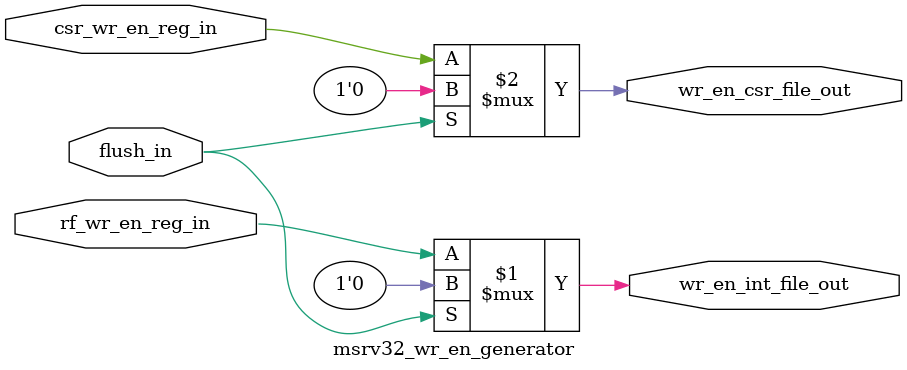
<source format=v>
module msrv32_wr_en_generator (
  input flush_in,
  input rf_wr_en_reg_in,
  input csr_wr_en_reg_in,
  output wr_en_int_file_out,
  output wr_en_csr_file_out
);

  assign wr_en_int_file_out = flush_in ? 1'b0 : rf_wr_en_reg_in;
  assign wr_en_csr_file_out = flush_in ? 1'b0 : csr_wr_en_reg_in;

endmodule

</source>
